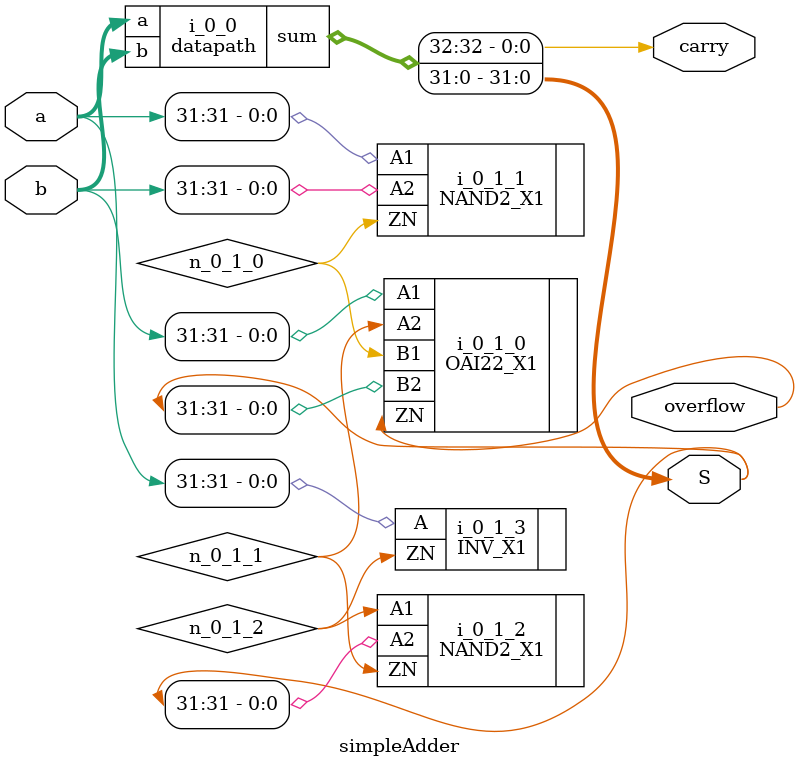
<source format=v>
/*
 * Created by 
   ../bin/Linux-x86_64-O/oasysGui 19.2-p002 on Fri Nov  4 19:16:19 2022
 * (C) Mentor Graphics Corporation
 */
/* CheckSum: 839398603 */

module datapath(b, a, sum);
   input [31:0]b;
   input [31:0]a;
   output [32:0]sum;

   HA_X1 i_0 (.A(b[0]), .B(a[0]), .CO(n_0), .S(sum[0]));
   FA_X1 i_1 (.A(b[1]), .B(a[1]), .CI(n_0), .CO(n_1), .S(sum[1]));
   FA_X1 i_2 (.A(b[2]), .B(a[2]), .CI(n_1), .CO(n_2), .S(sum[2]));
   FA_X1 i_3 (.A(b[3]), .B(a[3]), .CI(n_2), .CO(n_3), .S(sum[3]));
   FA_X1 i_4 (.A(b[4]), .B(a[4]), .CI(n_3), .CO(n_4), .S(sum[4]));
   FA_X1 i_5 (.A(b[5]), .B(a[5]), .CI(n_4), .CO(n_5), .S(sum[5]));
   FA_X1 i_6 (.A(b[6]), .B(a[6]), .CI(n_5), .CO(n_6), .S(sum[6]));
   FA_X1 i_7 (.A(b[7]), .B(a[7]), .CI(n_6), .CO(n_7), .S(sum[7]));
   FA_X1 i_8 (.A(b[8]), .B(a[8]), .CI(n_7), .CO(n_8), .S(sum[8]));
   FA_X1 i_9 (.A(b[9]), .B(a[9]), .CI(n_8), .CO(n_9), .S(sum[9]));
   FA_X1 i_10 (.A(b[10]), .B(a[10]), .CI(n_9), .CO(n_10), .S(sum[10]));
   FA_X1 i_11 (.A(b[11]), .B(a[11]), .CI(n_10), .CO(n_11), .S(sum[11]));
   FA_X1 i_12 (.A(b[12]), .B(a[12]), .CI(n_11), .CO(n_12), .S(sum[12]));
   FA_X1 i_13 (.A(b[13]), .B(a[13]), .CI(n_12), .CO(n_13), .S(sum[13]));
   FA_X1 i_14 (.A(b[14]), .B(a[14]), .CI(n_13), .CO(n_14), .S(sum[14]));
   FA_X1 i_15 (.A(b[15]), .B(a[15]), .CI(n_14), .CO(n_15), .S(sum[15]));
   FA_X1 i_16 (.A(b[16]), .B(a[16]), .CI(n_15), .CO(n_16), .S(sum[16]));
   FA_X1 i_17 (.A(b[17]), .B(a[17]), .CI(n_16), .CO(n_17), .S(sum[17]));
   FA_X1 i_18 (.A(b[18]), .B(a[18]), .CI(n_17), .CO(n_18), .S(sum[18]));
   FA_X1 i_19 (.A(b[19]), .B(a[19]), .CI(n_18), .CO(n_19), .S(sum[19]));
   FA_X1 i_20 (.A(b[20]), .B(a[20]), .CI(n_19), .CO(n_20), .S(sum[20]));
   FA_X1 i_21 (.A(b[21]), .B(a[21]), .CI(n_20), .CO(n_21), .S(sum[21]));
   FA_X1 i_22 (.A(b[22]), .B(a[22]), .CI(n_21), .CO(n_22), .S(sum[22]));
   FA_X1 i_23 (.A(b[23]), .B(a[23]), .CI(n_22), .CO(n_23), .S(sum[23]));
   FA_X1 i_24 (.A(b[24]), .B(a[24]), .CI(n_23), .CO(n_24), .S(sum[24]));
   FA_X1 i_25 (.A(b[25]), .B(a[25]), .CI(n_24), .CO(n_25), .S(sum[25]));
   FA_X1 i_26 (.A(b[26]), .B(a[26]), .CI(n_25), .CO(n_26), .S(sum[26]));
   FA_X1 i_27 (.A(b[27]), .B(a[27]), .CI(n_26), .CO(n_27), .S(sum[27]));
   FA_X1 i_28 (.A(b[28]), .B(a[28]), .CI(n_27), .CO(n_28), .S(sum[28]));
   FA_X1 i_29 (.A(b[29]), .B(a[29]), .CI(n_28), .CO(n_29), .S(sum[29]));
   FA_X1 i_30 (.A(b[30]), .B(a[30]), .CI(n_29), .CO(n_30), .S(sum[30]));
   FA_X1 i_31 (.A(b[31]), .B(a[31]), .CI(n_30), .CO(sum[32]), .S(sum[31]));
endmodule

module simpleAdder(a, b, S, carry, overflow);
   input [31:0]a;
   input [31:0]b;
   output [31:0]S;
   output carry;
   output overflow;

   wire n_0_1_0;
   wire n_0_1_1;
   wire n_0_1_2;

   datapath i_0_0 (.b(b), .a(a), .sum({carry, S[31], S[30], S[29], S[28], S[27], 
      S[26], S[25], S[24], S[23], S[22], S[21], S[20], S[19], S[18], S[17], 
      S[16], S[15], S[14], S[13], S[12], S[11], S[10], S[9], S[8], S[7], S[6], 
      S[5], S[4], S[3], S[2], S[1], S[0]}));
   OAI22_X1 i_0_1_0 (.A1(b[31]), .A2(n_0_1_1), .B1(n_0_1_0), .B2(S[31]), 
      .ZN(overflow));
   NAND2_X1 i_0_1_1 (.A1(a[31]), .A2(b[31]), .ZN(n_0_1_0));
   NAND2_X1 i_0_1_2 (.A1(n_0_1_2), .A2(S[31]), .ZN(n_0_1_1));
   INV_X1 i_0_1_3 (.A(a[31]), .ZN(n_0_1_2));
endmodule

</source>
